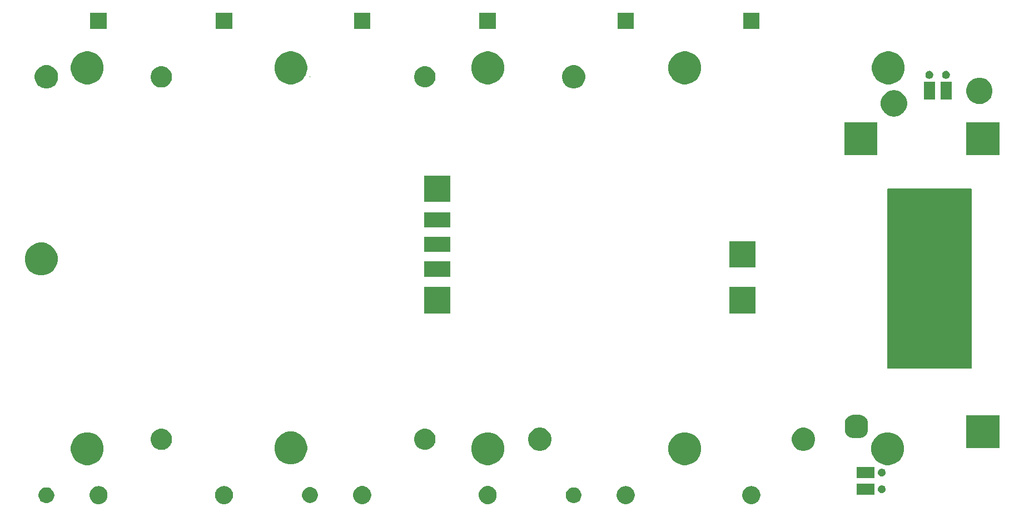
<source format=gts>
G04 #@! TF.GenerationSoftware,KiCad,Pcbnew,(5.0.2)-1*
G04 #@! TF.CreationDate,2019-04-29T22:25:13-04:00*
G04 #@! TF.ProjectId,2p3s-pwr-pack,32703373-2d70-4777-922d-7061636b2e6b,V1*
G04 #@! TF.SameCoordinates,Original*
G04 #@! TF.FileFunction,Soldermask,Top*
G04 #@! TF.FilePolarity,Negative*
%FSLAX46Y46*%
G04 Gerber Fmt 4.6, Leading zero omitted, Abs format (unit mm)*
G04 Created by KiCad (PCBNEW (5.0.2)-1) date 4/29/2019 10:25:13 PM*
%MOMM*%
%LPD*%
G01*
G04 APERTURE LIST*
%ADD10C,0.150000*%
G04 APERTURE END LIST*
D10*
G36*
X188595000Y-120332500D02*
X201295000Y-120332500D01*
X201295000Y-93027500D01*
X188595000Y-93027500D01*
X188595000Y-120332500D01*
G37*
X188595000Y-120332500D02*
X201295000Y-120332500D01*
X201295000Y-93027500D01*
X188595000Y-93027500D01*
X188595000Y-120332500D01*
G36*
X168063976Y-138327615D02*
X168241076Y-138362842D01*
X168491306Y-138466490D01*
X168716514Y-138616970D01*
X168908032Y-138808488D01*
X169058512Y-139033696D01*
X169162160Y-139283926D01*
X169179281Y-139370000D01*
X169211182Y-139530374D01*
X169215001Y-139549576D01*
X169215001Y-139820426D01*
X169162160Y-140086076D01*
X169058512Y-140336306D01*
X168908032Y-140561514D01*
X168716514Y-140753032D01*
X168491306Y-140903512D01*
X168241076Y-141007160D01*
X168071956Y-141040800D01*
X167975427Y-141060001D01*
X167704575Y-141060001D01*
X167608046Y-141040800D01*
X167438926Y-141007160D01*
X167188696Y-140903512D01*
X166963488Y-140753032D01*
X166771970Y-140561514D01*
X166621490Y-140336306D01*
X166517842Y-140086076D01*
X166465001Y-139820426D01*
X166465001Y-139549576D01*
X166468821Y-139530374D01*
X166500721Y-139370000D01*
X166517842Y-139283926D01*
X166621490Y-139033696D01*
X166771970Y-138808488D01*
X166963488Y-138616970D01*
X167188696Y-138466490D01*
X167438926Y-138362842D01*
X167616026Y-138327615D01*
X167704575Y-138310001D01*
X167975427Y-138310001D01*
X168063976Y-138327615D01*
X168063976Y-138327615D01*
G37*
G36*
X148933976Y-138327615D02*
X149111076Y-138362842D01*
X149361306Y-138466490D01*
X149586514Y-138616970D01*
X149778032Y-138808488D01*
X149928512Y-139033696D01*
X150032160Y-139283926D01*
X150049281Y-139370000D01*
X150081182Y-139530374D01*
X150085001Y-139549576D01*
X150085001Y-139820426D01*
X150032160Y-140086076D01*
X149928512Y-140336306D01*
X149778032Y-140561514D01*
X149586514Y-140753032D01*
X149361306Y-140903512D01*
X149111076Y-141007160D01*
X148941956Y-141040800D01*
X148845427Y-141060001D01*
X148574575Y-141060001D01*
X148478046Y-141040800D01*
X148308926Y-141007160D01*
X148058696Y-140903512D01*
X147833488Y-140753032D01*
X147641970Y-140561514D01*
X147491490Y-140336306D01*
X147387842Y-140086076D01*
X147335001Y-139820426D01*
X147335001Y-139549576D01*
X147338821Y-139530374D01*
X147370721Y-139370000D01*
X147387842Y-139283926D01*
X147491490Y-139033696D01*
X147641970Y-138808488D01*
X147833488Y-138616970D01*
X148058696Y-138466490D01*
X148308926Y-138362842D01*
X148486026Y-138327615D01*
X148574575Y-138310001D01*
X148845427Y-138310001D01*
X148933976Y-138327615D01*
X148933976Y-138327615D01*
G37*
G36*
X87763976Y-138327615D02*
X87941076Y-138362842D01*
X88191306Y-138466490D01*
X88416514Y-138616970D01*
X88608032Y-138808488D01*
X88758512Y-139033696D01*
X88862160Y-139283926D01*
X88879281Y-139370000D01*
X88911182Y-139530374D01*
X88915001Y-139549576D01*
X88915001Y-139820426D01*
X88862160Y-140086076D01*
X88758512Y-140336306D01*
X88608032Y-140561514D01*
X88416514Y-140753032D01*
X88191306Y-140903512D01*
X87941076Y-141007160D01*
X87771956Y-141040800D01*
X87675427Y-141060001D01*
X87404575Y-141060001D01*
X87308046Y-141040800D01*
X87138926Y-141007160D01*
X86888696Y-140903512D01*
X86663488Y-140753032D01*
X86471970Y-140561514D01*
X86321490Y-140336306D01*
X86217842Y-140086076D01*
X86165001Y-139820426D01*
X86165001Y-139549576D01*
X86168821Y-139530374D01*
X86200721Y-139370000D01*
X86217842Y-139283926D01*
X86321490Y-139033696D01*
X86471970Y-138808488D01*
X86663488Y-138616970D01*
X86888696Y-138466490D01*
X87138926Y-138362842D01*
X87316026Y-138327615D01*
X87404575Y-138310001D01*
X87675427Y-138310001D01*
X87763976Y-138327615D01*
X87763976Y-138327615D01*
G37*
G36*
X68633976Y-138327615D02*
X68811076Y-138362842D01*
X69061306Y-138466490D01*
X69286514Y-138616970D01*
X69478032Y-138808488D01*
X69628512Y-139033696D01*
X69732160Y-139283926D01*
X69749281Y-139370000D01*
X69781182Y-139530374D01*
X69785001Y-139549576D01*
X69785001Y-139820426D01*
X69732160Y-140086076D01*
X69628512Y-140336306D01*
X69478032Y-140561514D01*
X69286514Y-140753032D01*
X69061306Y-140903512D01*
X68811076Y-141007160D01*
X68641956Y-141040800D01*
X68545427Y-141060001D01*
X68274575Y-141060001D01*
X68178046Y-141040800D01*
X68008926Y-141007160D01*
X67758696Y-140903512D01*
X67533488Y-140753032D01*
X67341970Y-140561514D01*
X67191490Y-140336306D01*
X67087842Y-140086076D01*
X67035001Y-139820426D01*
X67035001Y-139549576D01*
X67038821Y-139530374D01*
X67070721Y-139370000D01*
X67087842Y-139283926D01*
X67191490Y-139033696D01*
X67341970Y-138808488D01*
X67533488Y-138616970D01*
X67758696Y-138466490D01*
X68008926Y-138362842D01*
X68186026Y-138327615D01*
X68274575Y-138310001D01*
X68545427Y-138310001D01*
X68633976Y-138327615D01*
X68633976Y-138327615D01*
G37*
G36*
X127883135Y-138303950D02*
X128082675Y-138343641D01*
X128332905Y-138447289D01*
X128558113Y-138597769D01*
X128749631Y-138789287D01*
X128900111Y-139014495D01*
X129003759Y-139264725D01*
X129013913Y-139315773D01*
X129056600Y-139530374D01*
X129056600Y-139801226D01*
X129038986Y-139889775D01*
X129003759Y-140066875D01*
X128900111Y-140317105D01*
X128749631Y-140542313D01*
X128558113Y-140733831D01*
X128332905Y-140884311D01*
X128082675Y-140987959D01*
X127905575Y-141023186D01*
X127817026Y-141040800D01*
X127546174Y-141040800D01*
X127457625Y-141023186D01*
X127280525Y-140987959D01*
X127030295Y-140884311D01*
X126805087Y-140733831D01*
X126613569Y-140542313D01*
X126463089Y-140317105D01*
X126359441Y-140066875D01*
X126324214Y-139889775D01*
X126306600Y-139801226D01*
X126306600Y-139530374D01*
X126349287Y-139315773D01*
X126359441Y-139264725D01*
X126463089Y-139014495D01*
X126613569Y-138789287D01*
X126805087Y-138597769D01*
X127030295Y-138447289D01*
X127280525Y-138343641D01*
X127480065Y-138303950D01*
X127546174Y-138290800D01*
X127817026Y-138290800D01*
X127883135Y-138303950D01*
X127883135Y-138303950D01*
G37*
G36*
X108753135Y-138303950D02*
X108952675Y-138343641D01*
X109202905Y-138447289D01*
X109428113Y-138597769D01*
X109619631Y-138789287D01*
X109770111Y-139014495D01*
X109873759Y-139264725D01*
X109883913Y-139315773D01*
X109926600Y-139530374D01*
X109926600Y-139801226D01*
X109908986Y-139889775D01*
X109873759Y-140066875D01*
X109770111Y-140317105D01*
X109619631Y-140542313D01*
X109428113Y-140733831D01*
X109202905Y-140884311D01*
X108952675Y-140987959D01*
X108775575Y-141023186D01*
X108687026Y-141040800D01*
X108416174Y-141040800D01*
X108327625Y-141023186D01*
X108150525Y-140987959D01*
X107900295Y-140884311D01*
X107675087Y-140733831D01*
X107483569Y-140542313D01*
X107333089Y-140317105D01*
X107229441Y-140066875D01*
X107194214Y-139889775D01*
X107176600Y-139801226D01*
X107176600Y-139530374D01*
X107219287Y-139315773D01*
X107229441Y-139264725D01*
X107333089Y-139014495D01*
X107483569Y-138789287D01*
X107675087Y-138597769D01*
X107900295Y-138447289D01*
X108150525Y-138343641D01*
X108350065Y-138303950D01*
X108416174Y-138290800D01*
X108687026Y-138290800D01*
X108753135Y-138303950D01*
X108753135Y-138303950D01*
G37*
G36*
X60670470Y-138500373D02*
X60825030Y-138531117D01*
X61043412Y-138621573D01*
X61174442Y-138709125D01*
X61211220Y-138733699D01*
X61239957Y-138752901D01*
X61407101Y-138920045D01*
X61538429Y-139116590D01*
X61628885Y-139334972D01*
X61659629Y-139489532D01*
X61671182Y-139547610D01*
X61675001Y-139566812D01*
X61675001Y-139803190D01*
X61628885Y-140035030D01*
X61538429Y-140253412D01*
X61483039Y-140336308D01*
X61419932Y-140430755D01*
X61407101Y-140449957D01*
X61239957Y-140617101D01*
X61043412Y-140748429D01*
X60825030Y-140838885D01*
X60670470Y-140869629D01*
X60593191Y-140885001D01*
X60356811Y-140885001D01*
X60279532Y-140869629D01*
X60124972Y-140838885D01*
X59906590Y-140748429D01*
X59710045Y-140617101D01*
X59542901Y-140449957D01*
X59530071Y-140430755D01*
X59466963Y-140336308D01*
X59411573Y-140253412D01*
X59321117Y-140035030D01*
X59275001Y-139803190D01*
X59275001Y-139566812D01*
X59278821Y-139547610D01*
X59290373Y-139489532D01*
X59321117Y-139334972D01*
X59411573Y-139116590D01*
X59542901Y-138920045D01*
X59710045Y-138752901D01*
X59738783Y-138733699D01*
X59775560Y-138709125D01*
X59906590Y-138621573D01*
X60124972Y-138531117D01*
X60279532Y-138500373D01*
X60356811Y-138485001D01*
X60593191Y-138485001D01*
X60670470Y-138500373D01*
X60670470Y-138500373D01*
G37*
G36*
X140970470Y-138500373D02*
X141125030Y-138531117D01*
X141343412Y-138621573D01*
X141474442Y-138709125D01*
X141511220Y-138733699D01*
X141539957Y-138752901D01*
X141707101Y-138920045D01*
X141838429Y-139116590D01*
X141928885Y-139334972D01*
X141959629Y-139489532D01*
X141971182Y-139547610D01*
X141975001Y-139566812D01*
X141975001Y-139803190D01*
X141928885Y-140035030D01*
X141838429Y-140253412D01*
X141783039Y-140336308D01*
X141719932Y-140430755D01*
X141707101Y-140449957D01*
X141539957Y-140617101D01*
X141343412Y-140748429D01*
X141125030Y-140838885D01*
X140970470Y-140869629D01*
X140893191Y-140885001D01*
X140656811Y-140885001D01*
X140579532Y-140869629D01*
X140424972Y-140838885D01*
X140206590Y-140748429D01*
X140010045Y-140617101D01*
X139842901Y-140449957D01*
X139830071Y-140430755D01*
X139766963Y-140336308D01*
X139711573Y-140253412D01*
X139621117Y-140035030D01*
X139575001Y-139803190D01*
X139575001Y-139566812D01*
X139578821Y-139547610D01*
X139590373Y-139489532D01*
X139621117Y-139334972D01*
X139711573Y-139116590D01*
X139842901Y-138920045D01*
X140010045Y-138752901D01*
X140038783Y-138733699D01*
X140075560Y-138709125D01*
X140206590Y-138621573D01*
X140424972Y-138531117D01*
X140579532Y-138500373D01*
X140656811Y-138485001D01*
X140893191Y-138485001D01*
X140970470Y-138500373D01*
X140970470Y-138500373D01*
G37*
G36*
X100812069Y-138481172D02*
X100966629Y-138511916D01*
X101185011Y-138602372D01*
X101316041Y-138689924D01*
X101381555Y-138733699D01*
X101548701Y-138900845D01*
X101578214Y-138945014D01*
X101680028Y-139097389D01*
X101770484Y-139315771D01*
X101776684Y-139346942D01*
X101816600Y-139547610D01*
X101816600Y-139783990D01*
X101809352Y-139820426D01*
X101770484Y-140015829D01*
X101680028Y-140234211D01*
X101592476Y-140365241D01*
X101548701Y-140430755D01*
X101381555Y-140597901D01*
X101316041Y-140641676D01*
X101185011Y-140729228D01*
X100966629Y-140819684D01*
X100870099Y-140838885D01*
X100734790Y-140865800D01*
X100498410Y-140865800D01*
X100363101Y-140838885D01*
X100266571Y-140819684D01*
X100048189Y-140729228D01*
X99917159Y-140641676D01*
X99851645Y-140597901D01*
X99684499Y-140430755D01*
X99640724Y-140365241D01*
X99553172Y-140234211D01*
X99462716Y-140015829D01*
X99423848Y-139820426D01*
X99416600Y-139783990D01*
X99416600Y-139547610D01*
X99456516Y-139346942D01*
X99462716Y-139315771D01*
X99553172Y-139097389D01*
X99654986Y-138945014D01*
X99684499Y-138900845D01*
X99851645Y-138733699D01*
X99917159Y-138689924D01*
X100048189Y-138602372D01*
X100266571Y-138511916D01*
X100421131Y-138481172D01*
X100498410Y-138465800D01*
X100734790Y-138465800D01*
X100812069Y-138481172D01*
X100812069Y-138481172D01*
G37*
G36*
X186600000Y-139620000D02*
X183900000Y-139620000D01*
X183900000Y-137920000D01*
X186600000Y-137920000D01*
X186600000Y-139620000D01*
X186600000Y-139620000D01*
G37*
G36*
X187875015Y-138193058D02*
X187984204Y-138238285D01*
X187984207Y-138238287D01*
X188082478Y-138303950D01*
X188166050Y-138387522D01*
X188218354Y-138465800D01*
X188231715Y-138485796D01*
X188276942Y-138594985D01*
X188300000Y-138710906D01*
X188300000Y-138829094D01*
X188276942Y-138945015D01*
X188231715Y-139054204D01*
X188231713Y-139054207D01*
X188202860Y-139097389D01*
X188166049Y-139152479D01*
X188082479Y-139236049D01*
X187984204Y-139301715D01*
X187875015Y-139346942D01*
X187759095Y-139370000D01*
X187640905Y-139370000D01*
X187524985Y-139346942D01*
X187415796Y-139301715D01*
X187317521Y-139236049D01*
X187233951Y-139152479D01*
X187197141Y-139097389D01*
X187168287Y-139054207D01*
X187168285Y-139054204D01*
X187123058Y-138945015D01*
X187100000Y-138829094D01*
X187100000Y-138710906D01*
X187123058Y-138594985D01*
X187168285Y-138485796D01*
X187181646Y-138465800D01*
X187233950Y-138387522D01*
X187317522Y-138303950D01*
X187415793Y-138238287D01*
X187415796Y-138238285D01*
X187524985Y-138193058D01*
X187640905Y-138170000D01*
X187759095Y-138170000D01*
X187875015Y-138193058D01*
X187875015Y-138193058D01*
G37*
G36*
X186600000Y-137080000D02*
X183900000Y-137080000D01*
X183900000Y-135380000D01*
X186600000Y-135380000D01*
X186600000Y-137080000D01*
X186600000Y-137080000D01*
G37*
G36*
X187875015Y-135653058D02*
X187984204Y-135698285D01*
X188082479Y-135763951D01*
X188166049Y-135847521D01*
X188231715Y-135945796D01*
X188276942Y-136054985D01*
X188300000Y-136170906D01*
X188300000Y-136289094D01*
X188276942Y-136405015D01*
X188231715Y-136514204D01*
X188166049Y-136612479D01*
X188082479Y-136696049D01*
X187984204Y-136761715D01*
X187875015Y-136806942D01*
X187817054Y-136818471D01*
X187759095Y-136830000D01*
X187640905Y-136830000D01*
X187582946Y-136818471D01*
X187524985Y-136806942D01*
X187415796Y-136761715D01*
X187317521Y-136696049D01*
X187233951Y-136612479D01*
X187168285Y-136514204D01*
X187123058Y-136405015D01*
X187100000Y-136289094D01*
X187100000Y-136170906D01*
X187123058Y-136054985D01*
X187168285Y-135945796D01*
X187233951Y-135847521D01*
X187317521Y-135763951D01*
X187415796Y-135698285D01*
X187524985Y-135653058D01*
X187640905Y-135630000D01*
X187759095Y-135630000D01*
X187875015Y-135653058D01*
X187875015Y-135653058D01*
G37*
G36*
X189329225Y-130196074D02*
X189784192Y-130384528D01*
X189784194Y-130384529D01*
X189921298Y-130476139D01*
X190193658Y-130658124D01*
X190541876Y-131006342D01*
X190815472Y-131415808D01*
X191003926Y-131870775D01*
X191100000Y-132353772D01*
X191100000Y-132846228D01*
X191003926Y-133329225D01*
X190815472Y-133784192D01*
X190541876Y-134193658D01*
X190193658Y-134541876D01*
X189933854Y-134715471D01*
X189784194Y-134815471D01*
X189784193Y-134815472D01*
X189784192Y-134815472D01*
X189329225Y-135003926D01*
X188846228Y-135100000D01*
X188353772Y-135100000D01*
X187870775Y-135003926D01*
X187415808Y-134815472D01*
X187415807Y-134815472D01*
X187415806Y-134815471D01*
X187266146Y-134715471D01*
X187006342Y-134541876D01*
X186658124Y-134193658D01*
X186384528Y-133784192D01*
X186196074Y-133329225D01*
X186100000Y-132846228D01*
X186100000Y-132353772D01*
X186196074Y-131870775D01*
X186384528Y-131415808D01*
X186658124Y-131006342D01*
X187006342Y-130658124D01*
X187278702Y-130476139D01*
X187415806Y-130384529D01*
X187415808Y-130384528D01*
X187870775Y-130196074D01*
X188353772Y-130100000D01*
X188846228Y-130100000D01*
X189329225Y-130196074D01*
X189329225Y-130196074D01*
G37*
G36*
X158429225Y-130196074D02*
X158884192Y-130384528D01*
X158884194Y-130384529D01*
X159021298Y-130476139D01*
X159293658Y-130658124D01*
X159641876Y-131006342D01*
X159915472Y-131415808D01*
X160103926Y-131870775D01*
X160200000Y-132353772D01*
X160200000Y-132846228D01*
X160103926Y-133329225D01*
X159915472Y-133784192D01*
X159641876Y-134193658D01*
X159293658Y-134541876D01*
X159033854Y-134715471D01*
X158884194Y-134815471D01*
X158884193Y-134815472D01*
X158884192Y-134815472D01*
X158429225Y-135003926D01*
X157946228Y-135100000D01*
X157453772Y-135100000D01*
X156970775Y-135003926D01*
X156515808Y-134815472D01*
X156515807Y-134815472D01*
X156515806Y-134815471D01*
X156366146Y-134715471D01*
X156106342Y-134541876D01*
X155758124Y-134193658D01*
X155484528Y-133784192D01*
X155296074Y-133329225D01*
X155200000Y-132846228D01*
X155200000Y-132353772D01*
X155296074Y-131870775D01*
X155484528Y-131415808D01*
X155758124Y-131006342D01*
X156106342Y-130658124D01*
X156378702Y-130476139D01*
X156515806Y-130384529D01*
X156515808Y-130384528D01*
X156970775Y-130196074D01*
X157453772Y-130100000D01*
X157946228Y-130100000D01*
X158429225Y-130196074D01*
X158429225Y-130196074D01*
G37*
G36*
X67429225Y-130196074D02*
X67884192Y-130384528D01*
X67884194Y-130384529D01*
X68021298Y-130476139D01*
X68293658Y-130658124D01*
X68641876Y-131006342D01*
X68915472Y-131415808D01*
X69103926Y-131870775D01*
X69200000Y-132353772D01*
X69200000Y-132846228D01*
X69103926Y-133329225D01*
X68915472Y-133784192D01*
X68641876Y-134193658D01*
X68293658Y-134541876D01*
X68033854Y-134715471D01*
X67884194Y-134815471D01*
X67884193Y-134815472D01*
X67884192Y-134815472D01*
X67429225Y-135003926D01*
X66946228Y-135100000D01*
X66453772Y-135100000D01*
X65970775Y-135003926D01*
X65515808Y-134815472D01*
X65515807Y-134815472D01*
X65515806Y-134815471D01*
X65366146Y-134715471D01*
X65106342Y-134541876D01*
X64758124Y-134193658D01*
X64484528Y-133784192D01*
X64296074Y-133329225D01*
X64200000Y-132846228D01*
X64200000Y-132353772D01*
X64296074Y-131870775D01*
X64484528Y-131415808D01*
X64758124Y-131006342D01*
X65106342Y-130658124D01*
X65378702Y-130476139D01*
X65515806Y-130384529D01*
X65515808Y-130384528D01*
X65970775Y-130196074D01*
X66453772Y-130100000D01*
X66946228Y-130100000D01*
X67429225Y-130196074D01*
X67429225Y-130196074D01*
G37*
G36*
X128429225Y-130196074D02*
X128884192Y-130384528D01*
X128884194Y-130384529D01*
X129021298Y-130476139D01*
X129293658Y-130658124D01*
X129641876Y-131006342D01*
X129915472Y-131415808D01*
X130103926Y-131870775D01*
X130200000Y-132353772D01*
X130200000Y-132846228D01*
X130103926Y-133329225D01*
X129915472Y-133784192D01*
X129641876Y-134193658D01*
X129293658Y-134541876D01*
X129033854Y-134715471D01*
X128884194Y-134815471D01*
X128884193Y-134815472D01*
X128884192Y-134815472D01*
X128429225Y-135003926D01*
X127946228Y-135100000D01*
X127453772Y-135100000D01*
X126970775Y-135003926D01*
X126515808Y-134815472D01*
X126515807Y-134815472D01*
X126515806Y-134815471D01*
X126366146Y-134715471D01*
X126106342Y-134541876D01*
X125758124Y-134193658D01*
X125484528Y-133784192D01*
X125296074Y-133329225D01*
X125200000Y-132846228D01*
X125200000Y-132353772D01*
X125296074Y-131870775D01*
X125484528Y-131415808D01*
X125758124Y-131006342D01*
X126106342Y-130658124D01*
X126378702Y-130476139D01*
X126515806Y-130384529D01*
X126515808Y-130384528D01*
X126970775Y-130196074D01*
X127453772Y-130100000D01*
X127946228Y-130100000D01*
X128429225Y-130196074D01*
X128429225Y-130196074D01*
G37*
G36*
X98429225Y-130096074D02*
X98884192Y-130284528D01*
X98884194Y-130284529D01*
X99021298Y-130376139D01*
X99293658Y-130558124D01*
X99641876Y-130906342D01*
X99823861Y-131178702D01*
X99915170Y-131315355D01*
X99915472Y-131315808D01*
X100103926Y-131770775D01*
X100200000Y-132253772D01*
X100200000Y-132746228D01*
X100103926Y-133229225D01*
X99915472Y-133684192D01*
X99641876Y-134093658D01*
X99293658Y-134441876D01*
X99143997Y-134541876D01*
X98884194Y-134715471D01*
X98884193Y-134715472D01*
X98884192Y-134715472D01*
X98429225Y-134903926D01*
X97946228Y-135000000D01*
X97453772Y-135000000D01*
X96970775Y-134903926D01*
X96515808Y-134715472D01*
X96515807Y-134715472D01*
X96515806Y-134715471D01*
X96256003Y-134541876D01*
X96106342Y-134441876D01*
X95758124Y-134093658D01*
X95484528Y-133684192D01*
X95296074Y-133229225D01*
X95200000Y-132746228D01*
X95200000Y-132253772D01*
X95296074Y-131770775D01*
X95484528Y-131315808D01*
X95484831Y-131315355D01*
X95576139Y-131178702D01*
X95758124Y-130906342D01*
X96106342Y-130558124D01*
X96378702Y-130376139D01*
X96515806Y-130284529D01*
X96515808Y-130284528D01*
X96970775Y-130096074D01*
X97453772Y-130000000D01*
X97946228Y-130000000D01*
X98429225Y-130096074D01*
X98429225Y-130096074D01*
G37*
G36*
X176292751Y-129468214D02*
X176615776Y-129602015D01*
X176615779Y-129602017D01*
X176906497Y-129796269D01*
X177153733Y-130043505D01*
X177267111Y-130213187D01*
X177347987Y-130334226D01*
X177481788Y-130657251D01*
X177550001Y-131000179D01*
X177550001Y-131349823D01*
X177481788Y-131692751D01*
X177347987Y-132015776D01*
X177347985Y-132015779D01*
X177153733Y-132306497D01*
X176906497Y-132553733D01*
X176821349Y-132610627D01*
X176615776Y-132747987D01*
X176292751Y-132881788D01*
X175949823Y-132950001D01*
X175600179Y-132950001D01*
X175257251Y-132881788D01*
X174934226Y-132747987D01*
X174728653Y-132610627D01*
X174643505Y-132553733D01*
X174396269Y-132306497D01*
X174202017Y-132015779D01*
X174202015Y-132015776D01*
X174068214Y-131692751D01*
X174000001Y-131349823D01*
X174000001Y-131000179D01*
X174068214Y-130657251D01*
X174202015Y-130334226D01*
X174282891Y-130213187D01*
X174396269Y-130043505D01*
X174643505Y-129796269D01*
X174934223Y-129602017D01*
X174934226Y-129602015D01*
X175257251Y-129468214D01*
X175600179Y-129400001D01*
X175949823Y-129400001D01*
X176292751Y-129468214D01*
X176292751Y-129468214D01*
G37*
G36*
X136134350Y-129449013D02*
X136457375Y-129582814D01*
X136457378Y-129582816D01*
X136748096Y-129777068D01*
X136995332Y-130024304D01*
X137169209Y-130284529D01*
X137189586Y-130315025D01*
X137323387Y-130638050D01*
X137391600Y-130980978D01*
X137391600Y-131330622D01*
X137323387Y-131673550D01*
X137189586Y-131996575D01*
X137189584Y-131996578D01*
X136995332Y-132287296D01*
X136748096Y-132534532D01*
X136634212Y-132610627D01*
X136457375Y-132728786D01*
X136134350Y-132862587D01*
X135791422Y-132930800D01*
X135441778Y-132930800D01*
X135098850Y-132862587D01*
X134775825Y-132728786D01*
X134598988Y-132610627D01*
X134485104Y-132534532D01*
X134237868Y-132287296D01*
X134043616Y-131996578D01*
X134043614Y-131996575D01*
X133909813Y-131673550D01*
X133841600Y-131330622D01*
X133841600Y-130980978D01*
X133909813Y-130638050D01*
X134043614Y-130315025D01*
X134063991Y-130284529D01*
X134237868Y-130024304D01*
X134485104Y-129777068D01*
X134775822Y-129582816D01*
X134775825Y-129582814D01*
X135098850Y-129449013D01*
X135441778Y-129380800D01*
X135791422Y-129380800D01*
X136134350Y-129449013D01*
X136134350Y-129449013D01*
G37*
G36*
X78238884Y-129575753D02*
X78447539Y-129617257D01*
X78675568Y-129711710D01*
X78742359Y-129739376D01*
X78941133Y-129872193D01*
X79007692Y-129916666D01*
X79233336Y-130142310D01*
X79233337Y-130142312D01*
X79410626Y-130407643D01*
X79410627Y-130407646D01*
X79532745Y-130702463D01*
X79567294Y-130876152D01*
X79591182Y-130996244D01*
X79595001Y-131015446D01*
X79595001Y-131334556D01*
X79532745Y-131647539D01*
X79440277Y-131870775D01*
X79410626Y-131942359D01*
X79361570Y-132015776D01*
X79233336Y-132207692D01*
X79007692Y-132433336D01*
X78941133Y-132477809D01*
X78742359Y-132610626D01*
X78675568Y-132638292D01*
X78447539Y-132732745D01*
X78238884Y-132774249D01*
X78134557Y-132795001D01*
X77815445Y-132795001D01*
X77711118Y-132774249D01*
X77502463Y-132732745D01*
X77274434Y-132638292D01*
X77207643Y-132610626D01*
X77008869Y-132477809D01*
X76942310Y-132433336D01*
X76716666Y-132207692D01*
X76588432Y-132015776D01*
X76539376Y-131942359D01*
X76509725Y-131870775D01*
X76417257Y-131647539D01*
X76355001Y-131334556D01*
X76355001Y-131015446D01*
X76358821Y-130996244D01*
X76382708Y-130876152D01*
X76417257Y-130702463D01*
X76539375Y-130407646D01*
X76539376Y-130407643D01*
X76716665Y-130142312D01*
X76716666Y-130142310D01*
X76942310Y-129916666D01*
X77008869Y-129872193D01*
X77207643Y-129739376D01*
X77274434Y-129711710D01*
X77502463Y-129617257D01*
X77711118Y-129575753D01*
X77815445Y-129555001D01*
X78134557Y-129555001D01*
X78238884Y-129575753D01*
X78238884Y-129575753D01*
G37*
G36*
X118372685Y-129555001D02*
X118589138Y-129598056D01*
X118817167Y-129692509D01*
X118883958Y-129720175D01*
X119082732Y-129852992D01*
X119149291Y-129897465D01*
X119374935Y-130123109D01*
X119387766Y-130142312D01*
X119552225Y-130388442D01*
X119579891Y-130455233D01*
X119674344Y-130683262D01*
X119690195Y-130762950D01*
X119736600Y-130996244D01*
X119736600Y-131315356D01*
X119729744Y-131349823D01*
X119674344Y-131628338D01*
X119615344Y-131770775D01*
X119552225Y-131923158D01*
X119503169Y-131996575D01*
X119374935Y-132188491D01*
X119149291Y-132414135D01*
X119120553Y-132433337D01*
X118883958Y-132591425D01*
X118837600Y-132610627D01*
X118589138Y-132713544D01*
X118380483Y-132755048D01*
X118276156Y-132775800D01*
X117957044Y-132775800D01*
X117852717Y-132755048D01*
X117644062Y-132713544D01*
X117395600Y-132610627D01*
X117349242Y-132591425D01*
X117112647Y-132433337D01*
X117083909Y-132414135D01*
X116858265Y-132188491D01*
X116730031Y-131996575D01*
X116680975Y-131923158D01*
X116617856Y-131770775D01*
X116558856Y-131628338D01*
X116503456Y-131349823D01*
X116496600Y-131315356D01*
X116496600Y-130996244D01*
X116543005Y-130762950D01*
X116558856Y-130683262D01*
X116653309Y-130455233D01*
X116680975Y-130388442D01*
X116845434Y-130142312D01*
X116858265Y-130123109D01*
X117083909Y-129897465D01*
X117150468Y-129852992D01*
X117349242Y-129720175D01*
X117416033Y-129692509D01*
X117644062Y-129598056D01*
X117860515Y-129555001D01*
X117957044Y-129535800D01*
X118276156Y-129535800D01*
X118372685Y-129555001D01*
X118372685Y-129555001D01*
G37*
G36*
X205600000Y-132500000D02*
X200600000Y-132500000D01*
X200600000Y-127500000D01*
X205600000Y-127500000D01*
X205600000Y-132500000D01*
X205600000Y-132500000D01*
G37*
G36*
X184625001Y-127492885D02*
X184851900Y-127561714D01*
X185061012Y-127673487D01*
X185244296Y-127823904D01*
X185394713Y-128007188D01*
X185506486Y-128216300D01*
X185575315Y-128443199D01*
X185598800Y-128681651D01*
X185598800Y-129757149D01*
X185575315Y-129995601D01*
X185506486Y-130222500D01*
X185394713Y-130431612D01*
X185244296Y-130614896D01*
X185061012Y-130765313D01*
X184851900Y-130877086D01*
X184625001Y-130945915D01*
X184386549Y-130969400D01*
X183311051Y-130969400D01*
X183072599Y-130945915D01*
X182845700Y-130877086D01*
X182636588Y-130765313D01*
X182453304Y-130614896D01*
X182302887Y-130431612D01*
X182191114Y-130222500D01*
X182122285Y-129995601D01*
X182098800Y-129757149D01*
X182098800Y-128681651D01*
X182122285Y-128443199D01*
X182191114Y-128216300D01*
X182302887Y-128007188D01*
X182453304Y-127823904D01*
X182636588Y-127673487D01*
X182845700Y-127561714D01*
X183072599Y-127492885D01*
X183311051Y-127469400D01*
X184386549Y-127469400D01*
X184625001Y-127492885D01*
X184625001Y-127492885D01*
G37*
G36*
X122000000Y-112000000D02*
X118000000Y-112000000D01*
X118000000Y-108000000D01*
X122000000Y-108000000D01*
X122000000Y-112000000D01*
X122000000Y-112000000D01*
G37*
G36*
X168500000Y-112000000D02*
X164500000Y-112000000D01*
X164500000Y-108000000D01*
X168500000Y-108000000D01*
X168500000Y-112000000D01*
X168500000Y-112000000D01*
G37*
G36*
X122000000Y-106400000D02*
X118000000Y-106400000D01*
X118000000Y-104100000D01*
X122000000Y-104100000D01*
X122000000Y-106400000D01*
X122000000Y-106400000D01*
G37*
G36*
X60429225Y-101296074D02*
X60884192Y-101484528D01*
X60884194Y-101484529D01*
X61021298Y-101576139D01*
X61293658Y-101758124D01*
X61641876Y-102106342D01*
X61915472Y-102515808D01*
X62103926Y-102970775D01*
X62200000Y-103453772D01*
X62200000Y-103946228D01*
X62103926Y-104429225D01*
X61915472Y-104884192D01*
X61641876Y-105293658D01*
X61293658Y-105641876D01*
X61033854Y-105815471D01*
X60884194Y-105915471D01*
X60884193Y-105915472D01*
X60884192Y-105915472D01*
X60429225Y-106103926D01*
X59946228Y-106200000D01*
X59453772Y-106200000D01*
X58970775Y-106103926D01*
X58515808Y-105915472D01*
X58515807Y-105915472D01*
X58515806Y-105915471D01*
X58366146Y-105815471D01*
X58106342Y-105641876D01*
X57758124Y-105293658D01*
X57484528Y-104884192D01*
X57296074Y-104429225D01*
X57200000Y-103946228D01*
X57200000Y-103453772D01*
X57296074Y-102970775D01*
X57484528Y-102515808D01*
X57758124Y-102106342D01*
X58106342Y-101758124D01*
X58378702Y-101576139D01*
X58515806Y-101484529D01*
X58515808Y-101484528D01*
X58970775Y-101296074D01*
X59453772Y-101200000D01*
X59946228Y-101200000D01*
X60429225Y-101296074D01*
X60429225Y-101296074D01*
G37*
G36*
X196429225Y-101196074D02*
X196884192Y-101384528D01*
X196884194Y-101384529D01*
X197021298Y-101476139D01*
X197293658Y-101658124D01*
X197641876Y-102006342D01*
X197915472Y-102415808D01*
X198103926Y-102870775D01*
X198200000Y-103353772D01*
X198200000Y-103846228D01*
X198103926Y-104329225D01*
X197915472Y-104784192D01*
X197641876Y-105193658D01*
X197293658Y-105541876D01*
X197143997Y-105641876D01*
X196884194Y-105815471D01*
X196884193Y-105815472D01*
X196884192Y-105815472D01*
X196429225Y-106003926D01*
X195946228Y-106100000D01*
X195453772Y-106100000D01*
X194970775Y-106003926D01*
X194515808Y-105815472D01*
X194515807Y-105815472D01*
X194515806Y-105815471D01*
X194256003Y-105641876D01*
X194106342Y-105541876D01*
X193758124Y-105193658D01*
X193484528Y-104784192D01*
X193296074Y-104329225D01*
X193200000Y-103846228D01*
X193200000Y-103353772D01*
X193296074Y-102870775D01*
X193484528Y-102415808D01*
X193758124Y-102006342D01*
X194106342Y-101658124D01*
X194378702Y-101476139D01*
X194515806Y-101384529D01*
X194515808Y-101384528D01*
X194970775Y-101196074D01*
X195453772Y-101100000D01*
X195946228Y-101100000D01*
X196429225Y-101196074D01*
X196429225Y-101196074D01*
G37*
G36*
X168500000Y-105000000D02*
X164500000Y-105000000D01*
X164500000Y-101000000D01*
X168500000Y-101000000D01*
X168500000Y-105000000D01*
X168500000Y-105000000D01*
G37*
G36*
X122000000Y-102650000D02*
X118000000Y-102650000D01*
X118000000Y-100350000D01*
X122000000Y-100350000D01*
X122000000Y-102650000D01*
X122000000Y-102650000D01*
G37*
G36*
X122000000Y-98900000D02*
X118000000Y-98900000D01*
X118000000Y-96600000D01*
X122000000Y-96600000D01*
X122000000Y-98900000D01*
X122000000Y-98900000D01*
G37*
G36*
X122000000Y-95000000D02*
X118000000Y-95000000D01*
X118000000Y-91000000D01*
X122000000Y-91000000D01*
X122000000Y-95000000D01*
X122000000Y-95000000D01*
G37*
G36*
X187000000Y-87900000D02*
X182000000Y-87900000D01*
X182000000Y-82900000D01*
X187000000Y-82900000D01*
X187000000Y-87900000D01*
X187000000Y-87900000D01*
G37*
G36*
X205600000Y-87900000D02*
X200600000Y-87900000D01*
X200600000Y-82900000D01*
X205600000Y-82900000D01*
X205600000Y-87900000D01*
X205600000Y-87900000D01*
G37*
G36*
X189885981Y-78035620D02*
X190143580Y-78086859D01*
X190507553Y-78237622D01*
X190507555Y-78237623D01*
X190835126Y-78456499D01*
X191113700Y-78735073D01*
X191332578Y-79062647D01*
X191483341Y-79426620D01*
X191560200Y-79813018D01*
X191560200Y-80206982D01*
X191483341Y-80593380D01*
X191332578Y-80957353D01*
X191332577Y-80957355D01*
X191113701Y-81284926D01*
X190835126Y-81563501D01*
X190507555Y-81782377D01*
X190507554Y-81782378D01*
X190507553Y-81782378D01*
X190143580Y-81933141D01*
X189885981Y-81984380D01*
X189757183Y-82010000D01*
X189363217Y-82010000D01*
X189234419Y-81984380D01*
X188976820Y-81933141D01*
X188612847Y-81782378D01*
X188612846Y-81782378D01*
X188612845Y-81782377D01*
X188285274Y-81563501D01*
X188006699Y-81284926D01*
X187787823Y-80957355D01*
X187787822Y-80957353D01*
X187637059Y-80593380D01*
X187560200Y-80206982D01*
X187560200Y-79813018D01*
X187637059Y-79426620D01*
X187787822Y-79062647D01*
X188006700Y-78735073D01*
X188285274Y-78456499D01*
X188612845Y-78237623D01*
X188612847Y-78237622D01*
X188976820Y-78086859D01*
X189234419Y-78035620D01*
X189363217Y-78010000D01*
X189757183Y-78010000D01*
X189885981Y-78035620D01*
X189885981Y-78035620D01*
G37*
G36*
X202890781Y-76130620D02*
X203148380Y-76181859D01*
X203512353Y-76332622D01*
X203512355Y-76332623D01*
X203839926Y-76551499D01*
X204118501Y-76830074D01*
X204303202Y-77106498D01*
X204337378Y-77157647D01*
X204488141Y-77521620D01*
X204565000Y-77908018D01*
X204565000Y-78301982D01*
X204488141Y-78688380D01*
X204337378Y-79052353D01*
X204337377Y-79052355D01*
X204118501Y-79379926D01*
X203839926Y-79658501D01*
X203512355Y-79877377D01*
X203512354Y-79877378D01*
X203512353Y-79877378D01*
X203148380Y-80028141D01*
X202890781Y-80079380D01*
X202761983Y-80105000D01*
X202368017Y-80105000D01*
X202239219Y-80079380D01*
X201981620Y-80028141D01*
X201617647Y-79877378D01*
X201617646Y-79877378D01*
X201617645Y-79877377D01*
X201290074Y-79658501D01*
X201011499Y-79379926D01*
X200792623Y-79052355D01*
X200792622Y-79052353D01*
X200641859Y-78688380D01*
X200565000Y-78301982D01*
X200565000Y-77908018D01*
X200641859Y-77521620D01*
X200792622Y-77157647D01*
X200826799Y-77106498D01*
X201011499Y-76830074D01*
X201290074Y-76551499D01*
X201617645Y-76332623D01*
X201617647Y-76332622D01*
X201981620Y-76181859D01*
X202239219Y-76130620D01*
X202368017Y-76105000D01*
X202761983Y-76105000D01*
X202890781Y-76130620D01*
X202890781Y-76130620D01*
G37*
G36*
X195795000Y-79455000D02*
X194095000Y-79455000D01*
X194095000Y-76755000D01*
X195795000Y-76755000D01*
X195795000Y-79455000D01*
X195795000Y-79455000D01*
G37*
G36*
X198335000Y-79455000D02*
X196635000Y-79455000D01*
X196635000Y-76755000D01*
X198335000Y-76755000D01*
X198335000Y-79455000D01*
X198335000Y-79455000D01*
G37*
G36*
X60992751Y-74268214D02*
X61315776Y-74402015D01*
X61315779Y-74402017D01*
X61606497Y-74596269D01*
X61853733Y-74843505D01*
X61919754Y-74942312D01*
X62047987Y-75134226D01*
X62181788Y-75457251D01*
X62250001Y-75800179D01*
X62250001Y-76149823D01*
X62181788Y-76492751D01*
X62047987Y-76815776D01*
X62047985Y-76815779D01*
X61853733Y-77106497D01*
X61606497Y-77353733D01*
X61521349Y-77410627D01*
X61315776Y-77547987D01*
X60992751Y-77681788D01*
X60649823Y-77750001D01*
X60300179Y-77750001D01*
X59957251Y-77681788D01*
X59634226Y-77547987D01*
X59428653Y-77410627D01*
X59343505Y-77353733D01*
X59096269Y-77106497D01*
X58902017Y-76815779D01*
X58902015Y-76815776D01*
X58768214Y-76492751D01*
X58700001Y-76149823D01*
X58700001Y-75800179D01*
X58768214Y-75457251D01*
X58902015Y-75134226D01*
X59030248Y-74942312D01*
X59096269Y-74843505D01*
X59343505Y-74596269D01*
X59634223Y-74402017D01*
X59634226Y-74402015D01*
X59957251Y-74268214D01*
X60300179Y-74200001D01*
X60649823Y-74200001D01*
X60992751Y-74268214D01*
X60992751Y-74268214D01*
G37*
G36*
X141292751Y-74268214D02*
X141615776Y-74402015D01*
X141615779Y-74402017D01*
X141906497Y-74596269D01*
X142153733Y-74843505D01*
X142219754Y-74942312D01*
X142347987Y-75134226D01*
X142481788Y-75457251D01*
X142550001Y-75800179D01*
X142550001Y-76149823D01*
X142481788Y-76492751D01*
X142347987Y-76815776D01*
X142347985Y-76815779D01*
X142153733Y-77106497D01*
X141906497Y-77353733D01*
X141821349Y-77410627D01*
X141615776Y-77547987D01*
X141292751Y-77681788D01*
X140949823Y-77750001D01*
X140600179Y-77750001D01*
X140257251Y-77681788D01*
X139934226Y-77547987D01*
X139728653Y-77410627D01*
X139643505Y-77353733D01*
X139396269Y-77106497D01*
X139202017Y-76815779D01*
X139202015Y-76815776D01*
X139068214Y-76492751D01*
X139000001Y-76149823D01*
X139000001Y-75800179D01*
X139068214Y-75457251D01*
X139202015Y-75134226D01*
X139330248Y-74942312D01*
X139396269Y-74843505D01*
X139643505Y-74596269D01*
X139934223Y-74402017D01*
X139934226Y-74402015D01*
X140257251Y-74268214D01*
X140600179Y-74200001D01*
X140949823Y-74200001D01*
X141292751Y-74268214D01*
X141292751Y-74268214D01*
G37*
G36*
X78238884Y-74375753D02*
X78447539Y-74417257D01*
X78675568Y-74511710D01*
X78742359Y-74539376D01*
X78941133Y-74672193D01*
X79007692Y-74716666D01*
X79233336Y-74942310D01*
X79233337Y-74942312D01*
X79410626Y-75207643D01*
X79410627Y-75207646D01*
X79532745Y-75502463D01*
X79551332Y-75595906D01*
X79591182Y-75796244D01*
X79595001Y-75815446D01*
X79595001Y-76134556D01*
X79532745Y-76447539D01*
X79438292Y-76675568D01*
X79410626Y-76742359D01*
X79277809Y-76941133D01*
X79233336Y-77007692D01*
X79007692Y-77233336D01*
X78941133Y-77277809D01*
X78742359Y-77410626D01*
X78675568Y-77438292D01*
X78447539Y-77532745D01*
X78238884Y-77574249D01*
X78134557Y-77595001D01*
X77815445Y-77595001D01*
X77711118Y-77574249D01*
X77502463Y-77532745D01*
X77274434Y-77438292D01*
X77207643Y-77410626D01*
X77008869Y-77277809D01*
X76942310Y-77233336D01*
X76716666Y-77007692D01*
X76672193Y-76941133D01*
X76539376Y-76742359D01*
X76511710Y-76675568D01*
X76417257Y-76447539D01*
X76355001Y-76134556D01*
X76355001Y-75815446D01*
X76358821Y-75796244D01*
X76398670Y-75595906D01*
X76417257Y-75502463D01*
X76539375Y-75207646D01*
X76539376Y-75207643D01*
X76716665Y-74942312D01*
X76716666Y-74942310D01*
X76942310Y-74716666D01*
X77008869Y-74672193D01*
X77207643Y-74539376D01*
X77274434Y-74511710D01*
X77502463Y-74417257D01*
X77711118Y-74375753D01*
X77815445Y-74355001D01*
X78134557Y-74355001D01*
X78238884Y-74375753D01*
X78238884Y-74375753D01*
G37*
G36*
X118366507Y-74353772D02*
X118589138Y-74398056D01*
X118817167Y-74492509D01*
X118883958Y-74520175D01*
X119082732Y-74652992D01*
X119149291Y-74697465D01*
X119374935Y-74923109D01*
X119387766Y-74942312D01*
X119552225Y-75188442D01*
X119579891Y-75255233D01*
X119674344Y-75483262D01*
X119696750Y-75595905D01*
X119736600Y-75796244D01*
X119736600Y-76115356D01*
X119729744Y-76149823D01*
X119674344Y-76428338D01*
X119623328Y-76551500D01*
X119552225Y-76723158D01*
X119419408Y-76921932D01*
X119374935Y-76988491D01*
X119149291Y-77214135D01*
X119120553Y-77233337D01*
X118883958Y-77391425D01*
X118837600Y-77410627D01*
X118589138Y-77513544D01*
X118380483Y-77555048D01*
X118276156Y-77575800D01*
X117957044Y-77575800D01*
X117852717Y-77555048D01*
X117644062Y-77513544D01*
X117395600Y-77410627D01*
X117349242Y-77391425D01*
X117112647Y-77233337D01*
X117083909Y-77214135D01*
X116858265Y-76988491D01*
X116813792Y-76921932D01*
X116680975Y-76723158D01*
X116609872Y-76551500D01*
X116558856Y-76428338D01*
X116503456Y-76149823D01*
X116496600Y-76115356D01*
X116496600Y-75796244D01*
X116536450Y-75595905D01*
X116558856Y-75483262D01*
X116653309Y-75255233D01*
X116680975Y-75188442D01*
X116845434Y-74942312D01*
X116858265Y-74923109D01*
X117083909Y-74697465D01*
X117150468Y-74652992D01*
X117349242Y-74520175D01*
X117416033Y-74492509D01*
X117644062Y-74398056D01*
X117866693Y-74353772D01*
X117957044Y-74335800D01*
X118276156Y-74335800D01*
X118366507Y-74353772D01*
X118366507Y-74353772D01*
G37*
G36*
X67429225Y-72196074D02*
X67884192Y-72384528D01*
X67884194Y-72384529D01*
X68021298Y-72476139D01*
X68293658Y-72658124D01*
X68641876Y-73006342D01*
X68915472Y-73415808D01*
X69103926Y-73870775D01*
X69200000Y-74353772D01*
X69200000Y-74846228D01*
X69103926Y-75329225D01*
X68944507Y-75714095D01*
X68915471Y-75784194D01*
X68833264Y-75907225D01*
X68641876Y-76193658D01*
X68293658Y-76541876D01*
X68022354Y-76723155D01*
X67884194Y-76815471D01*
X67884193Y-76815472D01*
X67884192Y-76815472D01*
X67429225Y-77003926D01*
X66946228Y-77100000D01*
X66453772Y-77100000D01*
X65970775Y-77003926D01*
X65515808Y-76815472D01*
X65515807Y-76815472D01*
X65515806Y-76815471D01*
X65377646Y-76723155D01*
X65106342Y-76541876D01*
X64758124Y-76193658D01*
X64566736Y-75907225D01*
X64484529Y-75784194D01*
X64455493Y-75714095D01*
X64296074Y-75329225D01*
X64200000Y-74846228D01*
X64200000Y-74353772D01*
X64296074Y-73870775D01*
X64484528Y-73415808D01*
X64758124Y-73006342D01*
X65106342Y-72658124D01*
X65378702Y-72476139D01*
X65515806Y-72384529D01*
X65515808Y-72384528D01*
X65970775Y-72196074D01*
X66453772Y-72100000D01*
X66946228Y-72100000D01*
X67429225Y-72196074D01*
X67429225Y-72196074D01*
G37*
G36*
X158429225Y-72196074D02*
X158884192Y-72384528D01*
X158884194Y-72384529D01*
X159021298Y-72476139D01*
X159293658Y-72658124D01*
X159641876Y-73006342D01*
X159915472Y-73415808D01*
X160103926Y-73870775D01*
X160200000Y-74353772D01*
X160200000Y-74846228D01*
X160103926Y-75329225D01*
X159944507Y-75714095D01*
X159915471Y-75784194D01*
X159833264Y-75907225D01*
X159641876Y-76193658D01*
X159293658Y-76541876D01*
X159022354Y-76723155D01*
X158884194Y-76815471D01*
X158884193Y-76815472D01*
X158884192Y-76815472D01*
X158429225Y-77003926D01*
X157946228Y-77100000D01*
X157453772Y-77100000D01*
X156970775Y-77003926D01*
X156515808Y-76815472D01*
X156515807Y-76815472D01*
X156515806Y-76815471D01*
X156377646Y-76723155D01*
X156106342Y-76541876D01*
X155758124Y-76193658D01*
X155566736Y-75907225D01*
X155484529Y-75784194D01*
X155455493Y-75714095D01*
X155296074Y-75329225D01*
X155200000Y-74846228D01*
X155200000Y-74353772D01*
X155296074Y-73870775D01*
X155484528Y-73415808D01*
X155758124Y-73006342D01*
X156106342Y-72658124D01*
X156378702Y-72476139D01*
X156515806Y-72384529D01*
X156515808Y-72384528D01*
X156970775Y-72196074D01*
X157453772Y-72100000D01*
X157946228Y-72100000D01*
X158429225Y-72196074D01*
X158429225Y-72196074D01*
G37*
G36*
X189429225Y-72196074D02*
X189884192Y-72384528D01*
X189884194Y-72384529D01*
X190021298Y-72476139D01*
X190293658Y-72658124D01*
X190641876Y-73006342D01*
X190915472Y-73415808D01*
X191103926Y-73870775D01*
X191200000Y-74353772D01*
X191200000Y-74846228D01*
X191103926Y-75329225D01*
X190944507Y-75714095D01*
X190915471Y-75784194D01*
X190833264Y-75907225D01*
X190641876Y-76193658D01*
X190293658Y-76541876D01*
X190022354Y-76723155D01*
X189884194Y-76815471D01*
X189884193Y-76815472D01*
X189884192Y-76815472D01*
X189429225Y-77003926D01*
X188946228Y-77100000D01*
X188453772Y-77100000D01*
X187970775Y-77003926D01*
X187515808Y-76815472D01*
X187515807Y-76815472D01*
X187515806Y-76815471D01*
X187377646Y-76723155D01*
X187106342Y-76541876D01*
X186758124Y-76193658D01*
X186566736Y-75907225D01*
X186484529Y-75784194D01*
X186455493Y-75714095D01*
X186296074Y-75329225D01*
X186200000Y-74846228D01*
X186200000Y-74353772D01*
X186296074Y-73870775D01*
X186484528Y-73415808D01*
X186758124Y-73006342D01*
X187106342Y-72658124D01*
X187378702Y-72476139D01*
X187515806Y-72384529D01*
X187515808Y-72384528D01*
X187970775Y-72196074D01*
X188453772Y-72100000D01*
X188946228Y-72100000D01*
X189429225Y-72196074D01*
X189429225Y-72196074D01*
G37*
G36*
X128429225Y-72196074D02*
X128884192Y-72384528D01*
X128884194Y-72384529D01*
X129021298Y-72476139D01*
X129293658Y-72658124D01*
X129641876Y-73006342D01*
X129915472Y-73415808D01*
X130103926Y-73870775D01*
X130200000Y-74353772D01*
X130200000Y-74846228D01*
X130103926Y-75329225D01*
X129944507Y-75714095D01*
X129915471Y-75784194D01*
X129833264Y-75907225D01*
X129641876Y-76193658D01*
X129293658Y-76541876D01*
X129022354Y-76723155D01*
X128884194Y-76815471D01*
X128884193Y-76815472D01*
X128884192Y-76815472D01*
X128429225Y-77003926D01*
X127946228Y-77100000D01*
X127453772Y-77100000D01*
X126970775Y-77003926D01*
X126515808Y-76815472D01*
X126515807Y-76815472D01*
X126515806Y-76815471D01*
X126377646Y-76723155D01*
X126106342Y-76541876D01*
X125758124Y-76193658D01*
X125566736Y-75907225D01*
X125484529Y-75784194D01*
X125455493Y-75714095D01*
X125296074Y-75329225D01*
X125200000Y-74846228D01*
X125200000Y-74353772D01*
X125296074Y-73870775D01*
X125484528Y-73415808D01*
X125758124Y-73006342D01*
X126106342Y-72658124D01*
X126378702Y-72476139D01*
X126515806Y-72384529D01*
X126515808Y-72384528D01*
X126970775Y-72196074D01*
X127453772Y-72100000D01*
X127946228Y-72100000D01*
X128429225Y-72196074D01*
X128429225Y-72196074D01*
G37*
G36*
X98429225Y-72196074D02*
X98884192Y-72384528D01*
X98884194Y-72384529D01*
X99021298Y-72476139D01*
X99293658Y-72658124D01*
X99641876Y-73006342D01*
X99915472Y-73415808D01*
X100103926Y-73870775D01*
X100200000Y-74353772D01*
X100200000Y-74846228D01*
X100103926Y-75329225D01*
X99944507Y-75714095D01*
X99915471Y-75784194D01*
X99833264Y-75907225D01*
X99641876Y-76193658D01*
X99293658Y-76541876D01*
X99022354Y-76723155D01*
X98884194Y-76815471D01*
X98884193Y-76815472D01*
X98884192Y-76815472D01*
X98429225Y-77003926D01*
X97946228Y-77100000D01*
X97453772Y-77100000D01*
X96970775Y-77003926D01*
X96515808Y-76815472D01*
X96515807Y-76815472D01*
X96515806Y-76815471D01*
X96377646Y-76723155D01*
X96106342Y-76541876D01*
X95758124Y-76193658D01*
X95566736Y-75907225D01*
X95484529Y-75784194D01*
X95455493Y-75714095D01*
X95296074Y-75329225D01*
X95200000Y-74846228D01*
X95200000Y-74353772D01*
X95296074Y-73870775D01*
X95484528Y-73415808D01*
X95758124Y-73006342D01*
X96106342Y-72658124D01*
X96378702Y-72476139D01*
X96515806Y-72384529D01*
X96515808Y-72384528D01*
X96970775Y-72196074D01*
X97453772Y-72100000D01*
X97946228Y-72100000D01*
X98429225Y-72196074D01*
X98429225Y-72196074D01*
G37*
G36*
X195120015Y-75078058D02*
X195229204Y-75123285D01*
X195229207Y-75123287D01*
X195327478Y-75188950D01*
X195411050Y-75272522D01*
X195448938Y-75329225D01*
X195476715Y-75370796D01*
X195521942Y-75479985D01*
X195545000Y-75595906D01*
X195545000Y-75714094D01*
X195521942Y-75830015D01*
X195476715Y-75939204D01*
X195476713Y-75939207D01*
X195416667Y-76029072D01*
X195411049Y-76037479D01*
X195327479Y-76121049D01*
X195229204Y-76186715D01*
X195120015Y-76231942D01*
X195062054Y-76243471D01*
X195004095Y-76255000D01*
X194885905Y-76255000D01*
X194827946Y-76243471D01*
X194769985Y-76231942D01*
X194660796Y-76186715D01*
X194562521Y-76121049D01*
X194478951Y-76037479D01*
X194473334Y-76029072D01*
X194413287Y-75939207D01*
X194413285Y-75939204D01*
X194368058Y-75830015D01*
X194345000Y-75714094D01*
X194345000Y-75595906D01*
X194368058Y-75479985D01*
X194413285Y-75370796D01*
X194441062Y-75329225D01*
X194478950Y-75272522D01*
X194562522Y-75188950D01*
X194660793Y-75123287D01*
X194660796Y-75123285D01*
X194769985Y-75078058D01*
X194827946Y-75066529D01*
X194885905Y-75055000D01*
X195004095Y-75055000D01*
X195120015Y-75078058D01*
X195120015Y-75078058D01*
G37*
G36*
X197660015Y-75078058D02*
X197769204Y-75123285D01*
X197769207Y-75123287D01*
X197867478Y-75188950D01*
X197951050Y-75272522D01*
X197988938Y-75329225D01*
X198016715Y-75370796D01*
X198061942Y-75479985D01*
X198085000Y-75595906D01*
X198085000Y-75714094D01*
X198061942Y-75830015D01*
X198016715Y-75939204D01*
X198016713Y-75939207D01*
X197956667Y-76029072D01*
X197951049Y-76037479D01*
X197867479Y-76121049D01*
X197769204Y-76186715D01*
X197660015Y-76231942D01*
X197602054Y-76243471D01*
X197544095Y-76255000D01*
X197425905Y-76255000D01*
X197367946Y-76243471D01*
X197309985Y-76231942D01*
X197200796Y-76186715D01*
X197102521Y-76121049D01*
X197018951Y-76037479D01*
X197013334Y-76029072D01*
X196953287Y-75939207D01*
X196953285Y-75939204D01*
X196908058Y-75830015D01*
X196885000Y-75714094D01*
X196885000Y-75595906D01*
X196908058Y-75479985D01*
X196953285Y-75370796D01*
X196981062Y-75329225D01*
X197018950Y-75272522D01*
X197102522Y-75188950D01*
X197200793Y-75123287D01*
X197200796Y-75123285D01*
X197309985Y-75078058D01*
X197367946Y-75066529D01*
X197425905Y-75055000D01*
X197544095Y-75055000D01*
X197660015Y-75078058D01*
X197660015Y-75078058D01*
G37*
G36*
X100638827Y-75882528D02*
X100652694Y-75888272D01*
X100665175Y-75896611D01*
X100675789Y-75907225D01*
X100684128Y-75919706D01*
X100689872Y-75933573D01*
X100692800Y-75948295D01*
X100692800Y-75963305D01*
X100689872Y-75978027D01*
X100684128Y-75991894D01*
X100675789Y-76004375D01*
X100665175Y-76014989D01*
X100652694Y-76023328D01*
X100638827Y-76029072D01*
X100624105Y-76032000D01*
X100609095Y-76032000D01*
X100594373Y-76029072D01*
X100580506Y-76023328D01*
X100568025Y-76014989D01*
X100557411Y-76004375D01*
X100549072Y-75991894D01*
X100543328Y-75978027D01*
X100540400Y-75963305D01*
X100540400Y-75948295D01*
X100543328Y-75933573D01*
X100549072Y-75919706D01*
X100557411Y-75907225D01*
X100568025Y-75896611D01*
X100580506Y-75888272D01*
X100594373Y-75882528D01*
X100609095Y-75879600D01*
X100624105Y-75879600D01*
X100638827Y-75882528D01*
X100638827Y-75882528D01*
G37*
G36*
X88790001Y-68715001D02*
X86290001Y-68715001D01*
X86290001Y-66215001D01*
X88790001Y-66215001D01*
X88790001Y-68715001D01*
X88790001Y-68715001D01*
G37*
G36*
X69660001Y-68715001D02*
X67160001Y-68715001D01*
X67160001Y-66215001D01*
X69660001Y-66215001D01*
X69660001Y-68715001D01*
X69660001Y-68715001D01*
G37*
G36*
X149960001Y-68715001D02*
X147460001Y-68715001D01*
X147460001Y-66215001D01*
X149960001Y-66215001D01*
X149960001Y-68715001D01*
X149960001Y-68715001D01*
G37*
G36*
X169090001Y-68715001D02*
X166590001Y-68715001D01*
X166590001Y-66215001D01*
X169090001Y-66215001D01*
X169090001Y-68715001D01*
X169090001Y-68715001D01*
G37*
G36*
X109801600Y-68695800D02*
X107301600Y-68695800D01*
X107301600Y-66195800D01*
X109801600Y-66195800D01*
X109801600Y-68695800D01*
X109801600Y-68695800D01*
G37*
G36*
X128931600Y-68695800D02*
X126431600Y-68695800D01*
X126431600Y-66195800D01*
X128931600Y-66195800D01*
X128931600Y-68695800D01*
X128931600Y-68695800D01*
G37*
M02*

</source>
